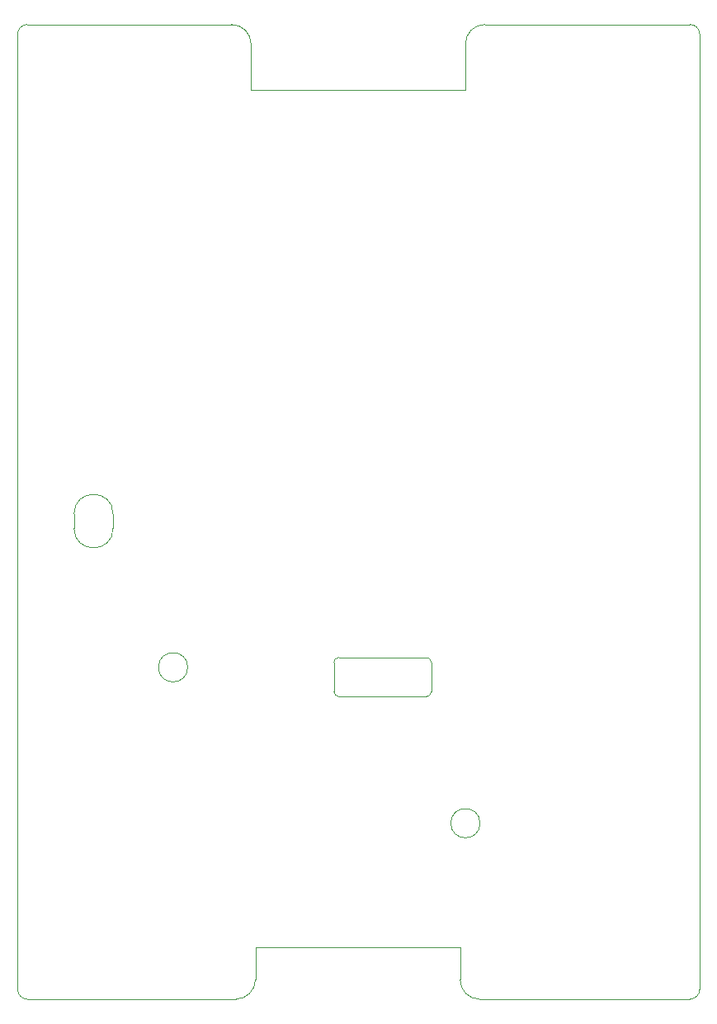
<source format=gbr>
%TF.GenerationSoftware,KiCad,Pcbnew,7.0.5-7.0.5~ubuntu22.04.1*%
%TF.CreationDate,2024-06-06T16:52:37+01:00*%
%TF.ProjectId,PBA0055-APRS-digirepeater-backplane-100x70,50424130-3035-4352-9d41-5052532d6469,rev?*%
%TF.SameCoordinates,Original*%
%TF.FileFunction,Profile,NP*%
%FSLAX46Y46*%
G04 Gerber Fmt 4.6, Leading zero omitted, Abs format (unit mm)*
G04 Created by KiCad (PCBNEW 7.0.5-7.0.5~ubuntu22.04.1) date 2024-06-06 16:52:37*
%MOMM*%
%LPD*%
G01*
G04 APERTURE LIST*
%TA.AperFunction,Profile*%
%ADD10C,0.100000*%
%TD*%
%TA.AperFunction,Profile*%
%ADD11C,0.120000*%
%TD*%
G04 APERTURE END LIST*
D10*
X151250000Y-52000000D02*
X151250000Y-55750000D01*
X150700000Y-145250000D02*
X150700000Y-144500000D01*
X106292893Y-49042893D02*
G75*
G03*
X105292893Y-50042893I7J-1000007D01*
G01*
X129250000Y-52000000D02*
X129250000Y-55750000D01*
X105292907Y-148042893D02*
G75*
G03*
X106292893Y-149042893I999993J-7D01*
G01*
X150700000Y-145250000D02*
X150700000Y-147050000D01*
X153250000Y-49042900D02*
G75*
G03*
X151250000Y-51042893I0J-2000000D01*
G01*
X151250000Y-51042893D02*
X151250000Y-52000000D01*
X175292893Y-148042893D02*
X175292893Y-147542892D01*
X129250000Y-55750000D02*
X140250000Y-55750000D01*
X111090000Y-100750000D02*
G75*
G03*
X115090000Y-100750000I2000000J0D01*
G01*
X174292893Y-49042893D02*
X153250000Y-49042893D01*
X105292893Y-148042893D02*
X105292893Y-50042893D01*
X127250000Y-49042893D02*
X106292893Y-49042893D01*
X129700000Y-144500000D02*
X129700000Y-143750000D01*
X129700000Y-145250000D02*
X129700000Y-144500000D01*
X150700000Y-144500000D02*
X150700000Y-143750000D01*
X115090000Y-100750000D02*
X115090000Y-99250000D01*
X127700000Y-149042900D02*
G75*
G03*
X129700000Y-147042893I0J2000000D01*
G01*
X111090000Y-99250000D02*
X111090000Y-100750000D01*
X129250007Y-51042893D02*
G75*
G03*
X127250000Y-49042893I-2000007J-7D01*
G01*
X152700000Y-149050000D02*
X174292893Y-149050000D01*
X175292893Y-57630000D02*
X175292893Y-140350000D01*
X175292893Y-50042893D02*
X175292893Y-50270000D01*
X129700000Y-143750000D02*
X140500000Y-143750000D01*
X129700000Y-147042893D02*
X129700000Y-145250000D01*
X150700000Y-147050000D02*
G75*
G03*
X152700000Y-149050000I2000000J0D01*
G01*
X151250000Y-55750000D02*
X140250000Y-55750000D01*
X174292893Y-149042893D02*
G75*
G03*
X175292893Y-148042893I7J999993D01*
G01*
X129250000Y-51042893D02*
X129250000Y-52000000D01*
X150700000Y-143750000D02*
X140500000Y-143750000D01*
X115090000Y-99250000D02*
G75*
G03*
X111090000Y-99250000I-2000000J0D01*
G01*
X175292893Y-147542892D02*
X175292893Y-140350000D01*
X106292893Y-149042893D02*
X127700000Y-149042893D01*
X175292907Y-50042893D02*
G75*
G03*
X174292893Y-49042893I-1000007J-7D01*
G01*
X175292893Y-57630000D02*
X175292893Y-50270000D01*
D11*
%TO.C,U1*%
X137750000Y-117500000D02*
X137750000Y-114500000D01*
X138250000Y-114000000D02*
X147250000Y-114000000D01*
X147250000Y-118000000D02*
X138250000Y-118000000D01*
X147750000Y-114500000D02*
X147750000Y-117500000D01*
X138250000Y-114000000D02*
G75*
G03*
X137750000Y-114500000I0J-500000D01*
G01*
X137750000Y-117500000D02*
G75*
G03*
X138250000Y-118000000I500000J0D01*
G01*
X147750000Y-114500000D02*
G75*
G03*
X147250000Y-114000000I-500000J0D01*
G01*
X147250000Y-118000000D02*
G75*
G03*
X147750000Y-117500000I0J500000D01*
G01*
X122750000Y-115000000D02*
G75*
G03*
X122750000Y-115000000I-1500000J0D01*
G01*
X152750000Y-131000000D02*
G75*
G03*
X152750000Y-131000000I-1500000J0D01*
G01*
%TD*%
M02*

</source>
